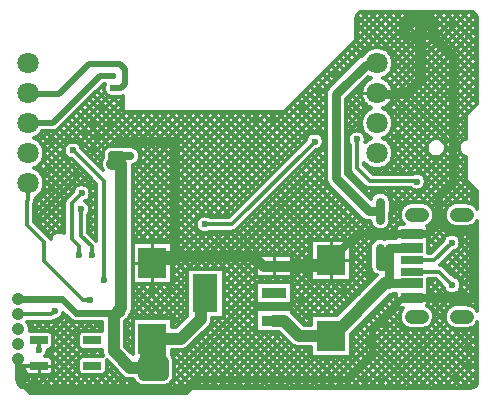
<source format=gbr>
G04 DipTrace 3.2.0.1*
G04 Bottom.gbr*
%MOMM*%
G04 #@! TF.FileFunction,Copper,L2,Bot*
G04 #@! TF.Part,Single*
%AMOUTLINE0*
4,1,4,
-0.9003,-0.3492,
-0.8997,0.3508,
0.9003,0.3492,
0.8997,-0.3508,
-0.9003,-0.3492,
0*%
%AMOUTLINE3*
4,1,4,
-0.90037,-0.3992,
-0.89963,0.4008,
0.90037,0.3992,
0.89963,-0.4008,
-0.90037,-0.3992,
0*%
%AMOUTLINE6*
4,1,16,
0.39947,-0.60037,
0.65983,-0.54117,
0.86877,-0.37487,
0.98483,-0.1344,
0.98507,0.13263,
0.86943,0.37333,
0.6608,0.54,
0.40053,0.59963,
-0.39947,0.60037,
-0.65983,0.54117,
-0.86877,0.37487,
-0.98483,0.1344,
-0.98507,-0.13263,
-0.86943,-0.37333,
-0.6608,-0.54,
-0.40053,-0.59963,
0.39947,-0.60037,
0*%
%AMOUTLINE9*
4,1,4,
0.75087,-0.34813,
-0.7491,-0.3519,
-0.75087,0.34813,
0.7491,0.3519,
0.75087,-0.34813,
0*%
G04 #@! TA.AperFunction,CopperBalancing*
%ADD10C,0.25*%
G04 #@! TA.AperFunction,Conductor*
%ADD15C,0.7*%
%ADD16C,0.9*%
G04 #@! TA.AperFunction,ViaPad*
%ADD17C,0.8*%
G04 #@! TA.AperFunction,CopperBalancing*
%ADD18C,0.3*%
G04 #@! TA.AperFunction,ViaPad*
%ADD19C,0.6*%
G04 #@! TA.AperFunction,Conductor*
%ADD20C,1.0*%
%ADD21C,0.5*%
%ADD24R,2.15X0.95*%
%ADD25R,2.15X3.25*%
%ADD27R,2.4X2.6*%
G04 #@! TA.AperFunction,ComponentPad*
%ADD33C,1.05*%
%ADD34C,1.8*%
%ADD61OUTLINE0*%
%ADD64OUTLINE3*%
G04 #@! TA.AperFunction,ComponentPad*
%ADD67OUTLINE6*%
%ADD70OUTLINE9*%
%FSLAX35Y35*%
G04*
G71*
G90*
G75*
G01*
G04 Bottom*
%LPD*%
X1391713Y-1053000D2*
D15*
X1737770D1*
X1906000D1*
Y-484000D1*
X1686000D1*
X1621500Y-419500D1*
X1527997Y-513003D1*
X1392197D1*
X222000Y-787000D2*
D16*
X654967D1*
X705000Y-736967D1*
X222000Y-787000D2*
X133000D1*
X46000Y-700000D1*
X-624000D1*
X-748000D1*
X-807983Y-759983D1*
X-620000Y271000D2*
D17*
X-624000Y-700000D1*
X1575000Y1287000D2*
D15*
Y1164000D1*
X1738000Y1001000D1*
Y840000D1*
Y682000D1*
Y-88000D1*
X1621500Y-204500D1*
Y-419500D1*
X1450000Y1290000D2*
D17*
Y1165000D1*
Y788000D1*
X1331000Y669000D1*
X1105000D1*
X1096000Y678000D1*
X1322000Y1290000D2*
Y1165000D1*
X1450000D1*
X1322000Y1290000D2*
X1389000D1*
Y1305000D1*
X1450000D1*
Y1290000D1*
X1575000D1*
Y1287000D1*
X-979000Y274000D2*
X-620000Y271000D1*
X-1064000Y272000D2*
X-981000D1*
X-979000Y274000D1*
X1391713Y-1053000D2*
D19*
X1305000D1*
X1056000Y-1302000D1*
Y-1406000D1*
Y-1515000D1*
X828000Y-1743000D1*
X-422000D1*
X-521000Y-1842000D1*
X-1845000D1*
X-1944000Y-1743000D1*
Y-1630007D1*
Y-1576000D1*
X1389000Y1350000D2*
D18*
Y1305000D1*
Y1350000D2*
X1448103D1*
Y1358000D1*
X1502000D1*
X1515000Y1345000D1*
X1575000Y1287000D2*
X1573000D1*
X1515000Y1345000D1*
X1389000Y1350000D2*
X1382000D1*
X1322000Y1290000D1*
X1450000Y1165000D2*
D15*
X1575000Y1164000D1*
X1448103Y1350000D2*
D18*
Y1291897D1*
X1450000Y1290000D1*
X-1780000Y-401000D2*
Y-359000D1*
X-1457000Y-36000D1*
Y0D1*
X-1454000Y3000D1*
X-1770000Y-1630007D2*
X-1944000D1*
X1719000Y840000D2*
D15*
X1738000D1*
X1719000Y682000D2*
X1738000D1*
X1736000Y-482000D2*
X1906000Y-484000D1*
X1742000Y-1054000D2*
X1737770Y-1053000D1*
X1043000Y-1406000D2*
D19*
X1056000D1*
X1392197Y-513003D2*
D15*
X928963D1*
X705000Y-736967D1*
X1392090Y-633000D2*
D17*
X1198000D1*
Y-704000D1*
Y-781000D1*
Y-933000D1*
X1391820D1*
X705000Y-1377000D2*
D20*
X719000D1*
X1163000Y-933000D1*
X1198000D1*
X705000Y-1377000D2*
X434000D1*
X304000Y-1247000D1*
X222000D1*
X1123000Y-704000D2*
D17*
X1198000D1*
X1122000Y-782000D2*
X1198000Y-781000D1*
X1123000Y-242000D2*
Y-321000D1*
X1122000D1*
Y-398000D1*
X1123000D1*
X1122000Y-321000D2*
X1027000D1*
X749000Y-43000D1*
Y668000D1*
X998000Y917000D1*
X1081000D1*
X1096000Y932000D1*
X1123000Y-636000D2*
Y-704000D1*
Y-782000D1*
X1122000D1*
X-807983Y-1400017D2*
D20*
X-565017D1*
X-395000Y-1230000D1*
Y-1054000D1*
X-358000Y-1017000D1*
X-884000Y-1590000D2*
D16*
Y-1648000D1*
X-883000Y-1649000D1*
Y-1710000D1*
X-799000D1*
Y-1712000D1*
X-716000D2*
X-799000D1*
X-716000D2*
Y-1650000D1*
X-801000D1*
X-802000Y-1651000D1*
Y-1592000D1*
X-804000Y-1590000D1*
X-717000D1*
X-804000D2*
X-884000D1*
X-883000Y-1649000D2*
X-804000D1*
X-802000Y-1651000D2*
Y-1709000D1*
X-717000Y-1590000D2*
Y-1650000D1*
X-716000D1*
X-884000Y-1590000D2*
X-873000D1*
Y-1465033D1*
D18*
X-807983Y-1400017D1*
X-804000Y-1590000D2*
D16*
Y-1404000D1*
D18*
X-807983Y-1400017D1*
X-717000Y-1590000D2*
D16*
X-740000D1*
Y-1468000D1*
D18*
X-807983Y-1400017D1*
X-716000Y-1712000D2*
X-799000D1*
X-883000Y-1649000D2*
D20*
X-994000D1*
X-1136000Y-1507000D1*
Y-1209000D1*
X-1071000Y-1144000D1*
Y79000D1*
X-1147000D1*
X-993000Y146000D2*
D15*
X-1077000D1*
Y152000D1*
X-1146000D1*
X-1077000Y78000D2*
Y152000D1*
D18*
D3*
X-1147000Y79000D2*
D15*
Y151000D1*
Y79000D2*
X-1078000D1*
X-1077000Y78000D1*
X-1946000Y-1068000D2*
D19*
Y-1065000D1*
X-1572000D1*
X-1458000Y-1179000D1*
X-1071000D1*
Y-1144000D1*
X-1221000Y-906000D2*
D18*
Y-66000D1*
X-1480000Y193000D1*
X-1140000Y826000D2*
D21*
X-1248000D1*
X-1649000Y425000D1*
X-1858000D1*
X-1140000Y720000D2*
X-1071000D1*
X-1037000Y754000D1*
Y884000D1*
X-1082000Y929000D1*
X-1345000D1*
X-1602000Y672000D1*
X-1852000D1*
X-1858000Y678000D1*
X-1944000Y-1195000D2*
D18*
X-1665000D1*
X-1636000Y-1166000D1*
X-363000Y-433000D2*
X-135000D1*
X567000Y269000D1*
X924000Y286000D2*
Y41000D1*
X1032000Y-67000D1*
X1429000D1*
X1432000Y-70000D1*
X-1430000Y-693000D2*
Y-619000D1*
X-1492000Y-557000D1*
Y-254000D1*
X-1407000Y-169000D1*
X-1322000Y-689000D2*
Y-619000D1*
X-1410000Y-531000D1*
Y-305000D1*
X-1769000Y-1493000D2*
Y-1416547D1*
X-1770540Y-1415007D1*
X-1858000Y-84000D2*
Y-226000D1*
X-1868000Y-236000D1*
Y-439000D1*
X-1722000Y-585000D1*
Y-746000D1*
X-1392000Y-1076000D1*
X-1335000D1*
X1392000Y-733000D2*
X1580000D1*
X1726000Y-587000D1*
X1391910Y-833000D2*
X1617000D1*
X1732000Y-948000D1*
D19*
X1389000Y1350000D3*
X1515000Y1345000D3*
X1322000Y1290000D3*
X1450000D3*
X1575000Y1287000D3*
X-1140000Y826000D3*
Y720000D3*
D17*
X-979000Y274000D3*
X-1064000Y272000D3*
D19*
X924000Y286000D3*
X-620000Y271000D3*
X567000Y269000D3*
X-1480000Y193000D3*
X-1146000Y152000D3*
X-1077000D3*
X-993000Y146000D3*
X-1147000Y79000D3*
X-1077000Y78000D3*
X-1454000Y3000D3*
X1432000Y-70000D3*
X-1407000Y-169000D3*
X-1410000Y-305000D3*
X-1780000Y-401000D3*
X-363000Y-433000D3*
X-1322000Y-689000D3*
X-1430000Y-693000D3*
X-1221000Y-906000D3*
X-1335000Y-1076000D3*
X-1636000Y-1166000D3*
X-1769000Y-1493000D3*
X-884000Y-1590000D3*
X-804000D3*
X-717000D3*
X-883000Y-1649000D3*
X-716000Y-1650000D3*
X-802000Y-1651000D3*
X-883000Y-1710000D3*
X-799000Y-1712000D3*
X-716000D3*
X1746000Y1275000D3*
X1868000Y1166000D3*
X1719000Y840000D3*
Y682000D3*
X1297000Y530000D3*
X1268000Y300000D3*
X-1223000Y546000D3*
X1257000Y-274000D3*
X1736000Y-482000D3*
X1742000Y-1054000D3*
X1859000Y-1478000D3*
X1853000Y-1621000D3*
X1752000Y-1727000D3*
X816000Y-1003000D3*
X442000Y-1078000D3*
X-650000Y-986000D3*
X-806000Y-983000D3*
X1136000Y-1759000D3*
X998000D3*
X1154000Y-1283000D3*
X1043000Y-1406000D3*
X-1684000Y263000D3*
Y44000D3*
X-1668000Y-132000D3*
X-1907000Y-1730000D3*
X-1793000Y-1778000D3*
X1902000Y-182000D3*
X1312000Y-184000D3*
X1448000Y-182000D3*
X1013000Y-851000D3*
X1280000Y44000D3*
X1123000Y-704000D3*
Y-636000D3*
X1122000Y-782000D3*
X1123000Y-398000D3*
X1122000Y-321000D3*
X1123000Y-242000D3*
X-1289000Y426000D3*
X-1370000Y350000D3*
X-1264000Y312000D3*
X-1163000Y413000D3*
X-1319000Y197000D3*
X49000Y449000D3*
X233000Y452000D3*
X474000Y558000D3*
X602000Y696000D3*
X734000Y828000D3*
X1726000Y-587000D3*
X1732000Y-948000D3*
X-1689517Y351683D2*
D18*
X-1766400Y274803D1*
X-1217827Y752663D2*
X-1735213Y235277D1*
X-1212083Y687697D2*
X-1719900Y179880D1*
X-1178287Y650780D2*
X-1791133Y37937D1*
X-1111680Y646680D2*
X-1487657Y270700D1*
X-1557693Y200663D2*
X-1752077Y6280D1*
X-1059117Y628533D2*
X-1431820Y255827D1*
X-1542833Y144813D2*
X-1726610Y-38963D1*
X-1059130Y557807D2*
X-1403827Y213110D1*
X-1500090Y116847D2*
X-1721610Y-104673D1*
X-1029313Y516913D2*
X-1371233Y174993D1*
X-1462027Y84197D2*
X-1804697Y-258470D1*
X-958520Y516997D2*
X-1335863Y139650D1*
X-1426660Y48857D2*
X-1804667Y-329153D1*
X-887683Y517120D2*
X-1176200Y228607D1*
X-1223613Y181190D2*
X-1300497Y104310D1*
X-1391290Y13517D2*
X-1804683Y-399877D1*
X-816890Y517203D2*
X-1098777Y235317D1*
X-1244470Y89627D2*
X-1265167Y68927D1*
X-1355963Y-21867D2*
X-1428533Y-94440D1*
X-1481543Y-147447D2*
X-1775153Y-441060D1*
X-746053Y517330D2*
X-1034073Y229310D1*
X-1320593Y-57210D2*
X-1365200Y-101817D1*
X-1555307Y-291923D2*
X-1739787Y-476403D1*
X-675260Y517410D2*
X-966967Y225707D1*
X-1285223Y-92550D2*
X-1333350Y-140677D1*
X-1555320Y-362647D2*
X-1704457Y-511787D1*
X-604427Y517537D2*
X-925590Y196370D1*
X-1284327Y-162363D2*
X-1363153Y-241193D1*
X-1555333Y-433370D2*
X-1618873Y-496910D1*
X-533633Y517620D2*
X-909983Y141267D1*
X-1284340Y-233087D2*
X-1334290Y-283040D1*
X-462797Y517743D2*
X-972687Y7857D1*
X-1284313Y-303770D2*
X-1346693Y-366150D1*
X-391963Y517867D2*
X-972657Y-62827D1*
X-1284327Y-374497D2*
X-1346663Y-436833D1*
X-321170Y517950D2*
X-972670Y-133553D1*
X-1284340Y-445220D2*
X-1344650Y-505530D1*
X-250333Y518073D2*
X-972687Y-204277D1*
X-1284313Y-515903D2*
X-1309320Y-540913D1*
X-179540Y518157D2*
X-972657Y-274960D1*
X-108707Y518283D2*
X-972670Y-345683D1*
X-37913Y518363D2*
X-972687Y-416410D1*
X-1814600Y-1258323D2*
X-1847440Y-1291163D1*
X32923Y518490D2*
X-972657Y-487090D1*
X-1743890Y-1258323D2*
X-1817373Y-1331807D1*
X103717Y518573D2*
X-972670Y-557817D1*
X-1673180Y-1258323D2*
X-1746497Y-1331643D1*
X1022623Y1366770D2*
X921130Y1265277D1*
X174550Y518697D2*
X-925827Y-581680D1*
X-1546577Y-1202433D2*
X-1678230Y-1334087D1*
X1093087Y1366520D2*
X921117Y1194553D1*
X245343Y518780D2*
X-855117Y-581680D1*
X-1511167Y-1237733D2*
X-1647460Y-1374027D1*
X1163547Y1366270D2*
X-784403Y-581680D1*
X-1460053Y-1257330D2*
X-1647143Y-1444420D1*
X-1889123Y-1686400D2*
X-1942887Y-1740163D1*
X1234050Y1366063D2*
X-713693Y-581680D1*
X-1389343Y-1257330D2*
X-1680303Y-1548290D1*
X-1845510Y-1713497D2*
X-1927653Y-1795640D1*
X1304513Y1365817D2*
X-642983Y-581680D1*
X-1318633Y-1257330D2*
X-1392200Y-1330897D1*
X-1438783Y-1377483D2*
X-1647253Y-1585953D1*
X-1774633Y-1713330D2*
X-1873183Y-1811880D1*
X1374977Y1365567D2*
X1078257Y1068847D1*
X660687Y651280D2*
X-346633Y-356043D1*
X-439953Y-449363D2*
X-639683Y-649090D1*
X-928893Y-938303D2*
X-972670Y-982080D1*
X-1247920Y-1257330D2*
X-1321157Y-1330563D1*
X-1438800Y-1448207D2*
X-1646607Y-1656013D1*
X-1703757Y-1713163D2*
X-1802473Y-1811880D1*
X1445480Y1365360D2*
X1142877Y1062757D1*
X660673Y580553D2*
X-289553Y-369673D1*
X-413700Y-493820D2*
X-639653Y-719773D1*
X-858183Y-938303D2*
X-972687Y-1052803D1*
X-1234303Y-1314423D2*
X-1250280Y-1330400D1*
X-1412670Y-1492787D2*
X-1731763Y-1811880D1*
X1515940Y1365110D2*
X1187610Y1036780D1*
X660660Y509830D2*
X-218843Y-369673D1*
X-360350Y-511180D2*
X-639670Y-790500D1*
X-787473Y-938303D2*
X-972657Y-1123487D1*
X-1346433Y-1497263D2*
X-1395513Y-1546343D1*
X-1437790Y-1588620D2*
X-1661050Y-1811880D1*
X1586403Y1364863D2*
X1218793Y997253D1*
X1030757Y809217D2*
X837330Y615787D1*
X660687Y439147D2*
X568850Y347307D1*
X-274767Y-496307D2*
X-639683Y-861223D1*
X-716763Y-938303D2*
X-1037680Y-1259220D1*
X-1275557Y-1497097D2*
X-1324057Y-1545597D1*
X-1438260Y-1659800D2*
X-1590340Y-1811880D1*
X1656907Y1364657D2*
X1234110Y941857D1*
X958073Y665820D2*
X837313Y545063D1*
X660673Y368423D2*
X620047Y327793D1*
X-204053Y-496307D2*
X-929430Y-1221680D1*
X-976307Y-1268557D2*
X-1037693Y-1329943D1*
X-1232977Y-1525230D2*
X-1253140Y-1545390D1*
X-1414367Y-1706620D2*
X-1519630Y-1811880D1*
X1727370Y1364407D2*
X1162917Y799953D1*
X974050Y611090D2*
X837300Y474340D1*
X660660Y297697D2*
X644600Y281640D1*
X-133220Y-496183D2*
X-443197Y-806160D1*
X-513813Y-876777D2*
X-858720Y-1221680D1*
X-976320Y-1339283D2*
X-1037663Y-1400627D1*
X-1349333Y-1712293D2*
X-1448920Y-1811880D1*
X1797830Y1364157D2*
X1201930Y768257D1*
X1005733Y572060D2*
X837330Y403657D1*
X660687Y227013D2*
X-372487Y-806160D1*
X-513827Y-947500D2*
X-788010Y-1221680D1*
X-976293Y-1409967D2*
X-1034530Y-1468203D1*
X-1174793Y-1608467D2*
X-1191680Y-1625353D1*
X-1278417Y-1712087D2*
X-1378210Y-1811880D1*
X1868333Y1363950D2*
X1227397Y723013D1*
X962630Y458247D2*
X837313Y332930D1*
X660673Y156290D2*
X-301777Y-806160D1*
X-513800Y-1018183D2*
X-717297Y-1221680D1*
X-976307Y-1480690D2*
X-999160Y-1503543D1*
X-1139467Y-1643850D2*
X-1307497Y-1811880D1*
X1925000Y1349907D2*
X1232397Y657303D1*
X962203Y387107D2*
X938437Y363343D1*
X660660Y85567D2*
X-231067Y-806160D1*
X-513813Y-1088910D2*
X-646587Y-1221680D1*
X-1104097Y-1679190D2*
X-1236787Y-1811880D1*
X1942860Y1297057D2*
X1180447Y534640D1*
X860697Y214893D2*
X837307Y191500D1*
X660663Y14860D2*
X-202183Y-847987D1*
X-513810Y-1159613D2*
X-639663Y-1285470D1*
X-1068750Y-1714557D2*
X-1166057Y-1811863D1*
X1942860Y1226347D2*
X1214087Y497573D1*
X1022450Y305933D2*
X1002287Y285773D1*
X860697Y144183D2*
X837307Y120790D1*
X661287Y-55230D2*
X-202183Y-918700D1*
X-1026033Y-1742550D2*
X-1095373Y-1811890D1*
X1942860Y1155637D2*
X1232900Y445673D1*
X860697Y73473D2*
X837307Y50080D1*
X683577Y-103650D2*
X96043Y-691180D1*
X66197Y-721030D2*
X-202183Y-989410D1*
X-966373Y-1753597D2*
X-1024650Y-1811877D1*
X1942860Y1084923D2*
X1216243Y358307D1*
X867907Y9970D2*
X845053Y-12883D1*
X718877Y-139060D2*
X166770Y-691167D1*
X66197Y-791740D2*
X-202183Y-1060120D1*
X-932273Y-1790210D2*
X-953927Y-1811863D1*
X1942860Y1014213D2*
X1195733Y267087D1*
X901427Y-27223D2*
X880393Y-48253D1*
X754260Y-174390D2*
X237453Y-691197D1*
X66197Y-862450D2*
X-202183Y-1130830D1*
X-569703Y-1498350D2*
X-628890Y-1557540D1*
X1942860Y943503D2*
X1223867Y224507D1*
X1041507Y42150D2*
X1027560Y28203D1*
X936767Y-62590D2*
X915737Y-83623D1*
X789600Y-209757D2*
X308177Y-691180D1*
X116537Y-882820D2*
X-202183Y-1201540D1*
X-228467Y-1227827D2*
X-623670Y-1623030D1*
X1942860Y872793D2*
X1234100Y164030D1*
X1101997Y31930D2*
X1066383Y-3687D1*
X972150Y-97920D2*
X951120Y-118950D1*
X824943Y-245127D2*
X377823Y-692243D1*
X187260Y-882807D2*
X148870Y-921197D1*
X66197Y-1003870D2*
X-622677Y-1692747D1*
X1942860Y802083D2*
X1137107Y-3673D1*
X1012877Y-127900D2*
X986460Y-154320D1*
X860327Y-280453D2*
X582127Y-558653D1*
X536700Y-604080D2*
X377823Y-762957D1*
X257943Y-882833D2*
X219597Y-921183D1*
X66197Y-1074583D2*
X-671110Y-1811890D1*
X1942860Y731370D2*
X1207833Y-3657D1*
X1081157Y-130333D2*
X1021803Y-189687D1*
X895667Y-315823D2*
X652850Y-558640D1*
X536700Y-674790D2*
X377823Y-833667D1*
X328670Y-882820D2*
X290320Y-921170D1*
X98680Y-1112810D2*
X-600387Y-1811877D1*
X1942860Y660660D2*
X1578650Y296447D1*
X1515033Y232833D2*
X1278517Y-3687D1*
X1151883Y-130320D2*
X1128447Y-153753D1*
X931007Y-351193D2*
X723573Y-558627D1*
X536700Y-745500D2*
X361003Y-921197D1*
X169363Y-1112837D2*
X131013Y-1151187D1*
X66197Y-1216003D2*
X-529663Y-1811863D1*
X1942860Y589950D2*
X1640050Y287140D1*
X1524357Y171443D2*
X1349240Y-3673D1*
X1222607Y-130303D2*
X1179740Y-173170D1*
X966433Y-386480D2*
X794257Y-558653D1*
X536700Y-816213D2*
X377823Y-975087D1*
X240087Y-1112823D2*
X201737Y-1151173D1*
X66197Y-1286713D2*
X-458980Y-1811890D1*
X1842887Y419263D2*
X1672907Y249283D1*
X1562227Y138603D2*
X1431897Y8273D1*
X1293290Y-130333D2*
X1207873Y-215750D1*
X1014867Y-408757D2*
X864983Y-558640D1*
X536700Y-886923D2*
X377823Y-1045797D1*
X310813Y-1112810D2*
X274947Y-1148673D1*
X80780Y-1342840D2*
X-388253Y-1811877D1*
X1842887Y348553D2*
X1662590Y168257D1*
X1643223Y148893D2*
X1484017Y-10313D1*
X1364013Y-130320D2*
X1211313Y-283020D1*
X1047473Y-446860D2*
X873310Y-621023D1*
X579043Y-915290D2*
X343147Y-1151187D1*
X151507Y-1342827D2*
X-317530Y-1811863D1*
X1782810Y217767D2*
X1509333Y-55710D1*
X1417710Y-147333D2*
X1210317Y-354727D1*
X1085757Y-479287D2*
X873310Y-691733D1*
X649767Y-915277D2*
X381180Y-1183863D1*
X219703Y-1345340D2*
X-246847Y-1811890D1*
X1799547Y163793D2*
X1393033Y-242720D1*
X1285543Y-350213D2*
X1203067Y-432687D1*
X1157683Y-478070D2*
X873310Y-762443D1*
X720450Y-915303D2*
X416520Y-1219233D1*
X276217Y-1359537D2*
X-176123Y-1811877D1*
X1841727Y135260D2*
X1463717Y-242750D1*
X1299793Y-406670D2*
X1153847Y-552620D1*
X1034670Y-671793D2*
X873310Y-833157D1*
X791173Y-915290D2*
X451863Y-1254603D1*
X311600Y-1394867D2*
X-105397Y-1811863D1*
X1842887Y65710D2*
X1522757Y-254420D1*
X1253887Y-523287D2*
X1232483Y-544690D1*
X1034670Y-742503D2*
X578480Y-1198697D1*
X536700Y-1240477D2*
X498517Y-1278660D1*
X346940Y-1430233D2*
X-34713Y-1811890D1*
X1842887Y-5000D2*
X1560667Y-287220D1*
X1037697Y-810190D2*
X649203Y-1198683D1*
X384850Y-1463037D2*
X36010Y-1811877D1*
X1852580Y-66017D2*
X1579147Y-339450D1*
X1066657Y-851940D2*
X719930Y-1198670D1*
X443270Y-1475327D2*
X106733Y-1811863D1*
X1887923Y-101387D2*
X1739530Y-249777D1*
X1670860Y-318447D2*
X1529263Y-460047D1*
X513993Y-1475313D2*
X177417Y-1811890D1*
X1923263Y-136753D2*
X1816967Y-243053D1*
X1671110Y-388910D2*
X1530503Y-529513D1*
X536700Y-1523320D2*
X248143Y-1811877D1*
X1942860Y-187867D2*
X1882430Y-248300D1*
X1699657Y-431073D2*
X1530423Y-600307D1*
X575397Y-1555333D2*
X318867Y-1811863D1*
X1942860Y-258577D2*
X1927690Y-273747D1*
X1746100Y-455340D2*
X1531747Y-669693D1*
X646120Y-1555317D2*
X389550Y-1811890D1*
X1812433Y-459717D2*
X1757553Y-514597D1*
X1250823Y-1021327D2*
X873310Y-1398840D1*
X716847Y-1555303D2*
X460273Y-1811877D1*
X1891733Y-451127D2*
X1794840Y-548020D1*
X1253350Y-1089510D2*
X873310Y-1469550D1*
X787530Y-1555333D2*
X530997Y-1811863D1*
X1942860Y-470710D2*
X1797740Y-615830D1*
X1754800Y-658770D2*
X1640177Y-773397D1*
X1277793Y-1135777D2*
X873310Y-1540263D1*
X858240Y-1555330D2*
X601680Y-1811890D1*
X1942860Y-541420D2*
X1679537Y-804747D1*
X1587953Y-896327D2*
X1530133Y-954150D1*
X1284963Y-1199320D2*
X672407Y-1811877D1*
X1942860Y-612130D2*
X1714877Y-840117D1*
X1624083Y-930910D2*
X1530050Y-1024943D1*
X1294243Y-1260750D2*
X743130Y-1811863D1*
X1942860Y-682843D2*
X1753533Y-872170D1*
X1656193Y-969510D2*
X1529717Y-1095987D1*
X1325607Y-1300097D2*
X813813Y-1811890D1*
X1942860Y-753553D2*
X1795587Y-900827D1*
X1684823Y-1011593D2*
X1553417Y-1142997D1*
X1375160Y-1321253D2*
X884537Y-1811877D1*
X1942860Y-824263D2*
X1809383Y-957740D1*
X1741750Y-1025373D2*
X1577323Y-1189803D1*
X1443770Y-1323353D2*
X955263Y-1811863D1*
X1942860Y-894973D2*
X1698883Y-1138950D1*
X1685817Y-1152020D2*
X1025947Y-1811890D1*
X1942860Y-965687D2*
X1801513Y-1107033D1*
X1666220Y-1242327D2*
X1096670Y-1811877D1*
X1942860Y-1036397D2*
X1869710Y-1109547D1*
X1690830Y-1288427D2*
X1167393Y-1811863D1*
X1942860Y-1107107D2*
X1918723Y-1131243D1*
X1733380Y-1316587D2*
X1238077Y-1811890D1*
X1796980Y-1323700D2*
X1308803Y-1811877D1*
X1871517Y-1319873D2*
X1379527Y-1811863D1*
X1942860Y-1319240D2*
X1450210Y-1811890D1*
X1942860Y-1389950D2*
X1520933Y-1811877D1*
X1942860Y-1460660D2*
X1591660Y-1811863D1*
X1942860Y-1531370D2*
X1662340Y-1811890D1*
X1942860Y-1602080D2*
X1733067Y-1811877D1*
X1942860Y-1672793D2*
X1803790Y-1811863D1*
X1942860Y-1743503D2*
X1874473Y-1811890D1*
X1879377Y1363910D2*
X1942877Y1300410D1*
X1808417Y1364157D2*
X1942890Y1229687D1*
X1737457Y1364407D2*
X1942860Y1159003D1*
X1666540Y1364613D2*
X1942877Y1088280D1*
X1595580Y1364863D2*
X1942890Y1017553D1*
X1524620Y1365110D2*
X1942860Y946870D1*
X1453703Y1365317D2*
X1942877Y876147D1*
X1382743Y1365567D2*
X1942890Y805423D1*
X1311787Y1365817D2*
X1942860Y734740D1*
X1240867Y1366023D2*
X1942877Y664013D1*
X1169907Y1366270D2*
X1942890Y593290D1*
X1098950Y1366520D2*
X1910007Y555463D1*
X1027990Y1366770D2*
X1874637Y520120D1*
X960800Y1363247D2*
X1842873Y481177D1*
X924850Y1328487D2*
X1842887Y410450D1*
X921137Y1261490D2*
X1113780Y1068847D1*
X1232870Y949753D2*
X1842857Y339767D1*
X921110Y1190807D2*
X1049160Y1062757D1*
X1226753Y885163D2*
X1823730Y288183D1*
X915240Y1125967D2*
X1004383Y1036820D1*
X1200790Y840417D2*
X1789977Y251227D1*
X880037Y1090457D2*
X969347Y1001147D1*
X1161277Y809217D2*
X1793680Y176817D1*
X1827337Y143157D2*
X1842857Y127637D1*
X844790Y1054993D2*
X927307Y972477D1*
X1233963Y665820D2*
X1601283Y298500D1*
X1678983Y220800D2*
X1842873Y56910D1*
X809587Y1019487D2*
X891980Y937093D1*
X1018113Y810957D2*
X1029103Y799970D1*
X1217940Y611130D2*
X1545943Y283130D1*
X1663667Y165407D2*
X1842887Y-13813D1*
X774343Y984020D2*
X856610Y901753D1*
X1186300Y572060D2*
X1516417Y241947D1*
X1622457Y135907D2*
X1942877Y-184513D1*
X739140Y948513D2*
X821240Y866410D1*
X947417Y740233D2*
X964597Y723057D1*
X1229363Y458287D2*
X1942890Y-255237D1*
X703893Y913047D2*
X785913Y831027D1*
X912050Y704890D2*
X959597Y657343D1*
X1229833Y387107D2*
X1861363Y-244423D1*
X668690Y877540D2*
X750543Y795687D1*
X876680Y669550D2*
X1011567Y534663D1*
X1206643Y339587D2*
X1789247Y-243017D1*
X633447Y842073D2*
X715173Y760343D1*
X841353Y634167D2*
X977937Y497583D1*
X1169577Y305943D2*
X1727567Y-252047D1*
X1914813Y-439297D2*
X1942890Y-467370D1*
X598243Y806567D2*
X680137Y724670D1*
X837307Y567503D2*
X959100Y445710D1*
X1234307Y170500D2*
X1401843Y2967D1*
X1504983Y-100173D2*
X1687473Y-282667D1*
X1863620Y-458810D2*
X1942860Y-538053D1*
X562997Y771100D2*
X660720Y673380D1*
X837320Y496780D2*
X975727Y358370D1*
X1222263Y111833D2*
X1337760Y-3663D1*
X1472223Y-138127D2*
X1665737Y-331640D1*
X1793777Y-459680D2*
X1942877Y-608777D1*
X527793Y735593D2*
X660690Y602697D1*
X837333Y426053D2*
X901783Y361603D1*
X1193110Y70277D2*
X1267050Y-3663D1*
X1406527Y-143140D2*
X1517010Y-253623D1*
X1566620Y-303233D2*
X1942890Y-679503D1*
X492550Y700127D2*
X660663Y532013D1*
X837307Y355370D2*
X860033Y332640D1*
X1150530Y42143D2*
X1196340Y-3663D1*
X1323013Y-130337D2*
X1435403Y-242727D1*
X1575997Y-383320D2*
X1704007Y-511330D1*
X1801677Y-609000D2*
X1942860Y-750183D1*
X457347Y664620D2*
X660677Y461287D1*
X1090053Y31910D2*
X1125627Y-3663D1*
X1252303Y-130337D2*
X1368420Y-246453D1*
X1549370Y-427403D2*
X1662173Y-540207D1*
X1772813Y-650847D2*
X1942877Y-820910D1*
X422227Y629030D2*
X660690Y390563D1*
X837333Y213923D2*
X860683Y190570D1*
X1181593Y-130337D2*
X1321243Y-269987D1*
X1530533Y-479277D2*
X1636747Y-585493D1*
X1727543Y-676287D2*
X1942890Y-891633D1*
X387063Y593480D2*
X660663Y319880D1*
X837307Y143240D2*
X860697Y119847D1*
X1110880Y-130337D2*
X1135477Y-154930D1*
X1210070Y-229527D2*
X1292007Y-311460D1*
X1530503Y-549960D2*
X1601380Y-620833D1*
X1692173Y-711627D2*
X1942860Y-962317D1*
X351943Y557890D2*
X562567Y347267D1*
X645283Y264553D2*
X660677Y249157D1*
X837320Y72513D2*
X860670Y49163D1*
X1040170Y-130337D2*
X1076077Y-166243D1*
X1211327Y-301493D2*
X1288580Y-378747D1*
X1530437Y-620603D2*
X1566010Y-656177D1*
X1656803Y-746970D2*
X1942877Y-1033040D1*
X316780Y522343D2*
X512573Y326550D1*
X624537Y214583D2*
X660690Y178430D1*
X837333Y1790D2*
X1042697Y-203573D1*
X1210303Y-371180D2*
X1272727Y-433603D1*
X1807960Y-968840D2*
X1942890Y-1103767D1*
X249633Y518780D2*
X487810Y280603D1*
X578603Y189810D2*
X660663Y107747D1*
X1203773Y-435360D2*
X1253887Y-485477D1*
X1779637Y-1011223D2*
X1881667Y-1113253D1*
X179007Y518697D2*
X452440Y245260D1*
X543233Y154467D2*
X660677Y37023D1*
X1170890Y-473187D2*
X1242383Y-544683D1*
X1723260Y-1025560D2*
X1804740Y-1107040D1*
X108420Y518573D2*
X417113Y209877D1*
X507907Y119083D2*
X660690Y-33700D1*
X1112523Y-485533D2*
X1174407Y-547417D1*
X1530160Y-903170D2*
X1739623Y-1112633D1*
X1923100Y-1296110D2*
X1942890Y-1315897D1*
X37790Y518490D2*
X381743Y174537D1*
X472537Y83743D2*
X1105353Y-549073D1*
X1530090Y-973810D2*
X1694973Y-1138693D1*
X1876090Y-1319810D2*
X1942860Y-1386580D1*
X-32797Y518363D2*
X346373Y139197D1*
X437170Y48400D2*
X1059213Y-573643D1*
X1530063Y-1044493D2*
X1668097Y-1182527D1*
X1809273Y-1323703D2*
X1942877Y-1457307D1*
X-103423Y518283D2*
X311047Y103813D1*
X401840Y13017D2*
X1035693Y-620833D1*
X1526843Y-1111987D2*
X1676607Y-1261747D1*
X1728370Y-1313510D2*
X1942890Y-1528030D1*
X-174010Y518157D2*
X275677Y68470D1*
X366473Y-22323D2*
X1034670Y-690523D1*
X1578233Y-1234087D2*
X1942860Y-1598713D1*
X-244637Y518073D2*
X240310Y33130D1*
X331103Y-57667D2*
X832083Y-558643D1*
X873323Y-599887D2*
X1034683Y-761247D1*
X1556787Y-1283350D2*
X1942877Y-1669437D1*
X-315223Y517950D2*
X204980Y-2253D1*
X295773Y-93047D2*
X761370Y-558643D1*
X873337Y-670610D2*
X1079237Y-876510D1*
X1229447Y-1026720D2*
X1253377Y-1050650D1*
X1516860Y-1314133D2*
X1942890Y-1740163D1*
X-385850Y517867D2*
X169610Y-37597D1*
X260407Y-128390D2*
X690660Y-558643D1*
X873310Y-741293D2*
X1043870Y-911853D1*
X1184133Y-1052117D2*
X1296520Y-1164507D1*
X1455390Y-1323373D2*
X1927657Y-1795640D1*
X-456437Y517743D2*
X134243Y-72937D1*
X225037Y-163730D2*
X619950Y-558643D1*
X873323Y-812017D2*
X1008500Y-947193D1*
X1148807Y-1087500D2*
X1284727Y-1223423D1*
X1383517Y-1322213D2*
X1873187Y-1811880D1*
X-527067Y517660D2*
X98913Y-108320D1*
X189710Y-199113D2*
X549240Y-558643D1*
X873337Y-882743D2*
X973173Y-982577D1*
X1113437Y-1122840D2*
X1802477Y-1811880D1*
X-597653Y517537D2*
X63547Y-143660D1*
X154340Y-234457D2*
X536700Y-616817D1*
X835193Y-915307D2*
X937803Y-1017920D1*
X1078067Y-1158183D2*
X1731767Y-1811880D1*
X-668237Y517410D2*
X28177Y-179003D1*
X118970Y-269797D2*
X536673Y-687497D1*
X764480Y-915307D2*
X902433Y-1053260D1*
X1042740Y-1193567D2*
X1661053Y-1811880D1*
X-738867Y517330D2*
X-7150Y-214387D1*
X83643Y-305180D2*
X536687Y-758223D1*
X693770Y-915307D2*
X867107Y-1088643D1*
X1007370Y-1228907D2*
X1590343Y-1811880D1*
X-809453Y517203D2*
X-42520Y-249727D1*
X48273Y-340520D2*
X536700Y-828947D1*
X623060Y-915307D2*
X831737Y-1123983D1*
X972000Y-1264250D2*
X1519633Y-1811880D1*
X-880080Y517120D2*
X-77890Y-285070D1*
X12903Y-375863D2*
X328227Y-691187D1*
X377837Y-740797D2*
X536673Y-899630D1*
X552363Y-915320D2*
X796367Y-1159327D1*
X936673Y-1299633D2*
X1448923Y-1811880D1*
X-1080350Y646680D2*
X-1059110Y625440D1*
X-950667Y516997D2*
X-113217Y-320453D1*
X-22423Y-411247D2*
X257517Y-691187D1*
X377810Y-811480D2*
X761040Y-1194710D1*
X901303Y-1334973D2*
X1378213Y-1811880D1*
X-1236740Y732360D2*
X-1217823Y713443D1*
X-1146543Y642163D2*
X-1059140Y554760D1*
X-1021293Y516913D2*
X-148587Y-355793D1*
X-57793Y-446587D2*
X186807Y-691187D1*
X377823Y-882203D2*
X694307Y-1198687D1*
X873310Y-1377690D2*
X1307500Y-1811880D1*
X-1272070Y696977D2*
X-205417Y-369673D1*
X-93287Y-481803D2*
X116097Y-691187D1*
X307733Y-882827D2*
X346083Y-921173D1*
X377837Y-952930D2*
X623597Y-1198687D1*
X873323Y-1448413D2*
X1236790Y-1811880D1*
X-1307413Y661613D2*
X-276107Y-369697D1*
X-149473Y-496330D2*
X66163Y-711967D1*
X237007Y-882807D2*
X275397Y-921197D1*
X377833Y-1023633D2*
X552867Y-1198670D1*
X873320Y-1519120D2*
X1166060Y-1811863D1*
X-1342797Y626287D2*
X-361747Y-354767D1*
X-220197Y-496317D2*
X66163Y-782677D1*
X166323Y-882833D2*
X204673Y-921183D1*
X377833Y-1094347D2*
X536667Y-1253180D1*
X838807Y-1555317D2*
X1095377Y-1811890D1*
X-1378140Y590917D2*
X-1016537Y229313D1*
X-911947Y124723D2*
X-414447Y-372777D1*
X-290920Y-496300D2*
X66163Y-853387D1*
X95597Y-882820D2*
X133947Y-921170D1*
X325587Y-1112810D2*
X363937Y-1151160D1*
X377827Y-1165050D2*
X491463Y-1278687D1*
X768083Y-1555303D2*
X1024653Y-1811877D1*
X-1413480Y555547D2*
X-1093270Y235337D1*
X-939207Y81273D2*
X-440177Y-417757D1*
X-347767Y-510167D2*
X66163Y-924097D1*
X254903Y-1112837D2*
X290727Y-1148660D1*
X697400Y-1555333D2*
X953930Y-1811863D1*
X-1448863Y520220D2*
X-1162667Y234023D1*
X-972687Y44040D2*
X66163Y-994810D1*
X184180Y-1112823D2*
X220043Y-1148687D1*
X626673Y-1555317D2*
X883247Y-1811890D1*
X-1484207Y484850D2*
X-1208200Y208847D1*
X-972687Y-26670D2*
X66163Y-1065520D1*
X113457Y-1112810D2*
X151807Y-1151160D1*
X475987Y-1475340D2*
X536667Y-1536023D1*
X556003Y-1555360D2*
X812523Y-1811877D1*
X-1519547Y449480D2*
X-1230037Y159970D1*
X-972687Y-97380D2*
X-263883Y-806183D1*
X-202173Y-867890D2*
X81123Y-1151187D1*
X396893Y-1466957D2*
X741797Y-1811863D1*
X-1554930Y414153D2*
X-1242963Y102187D1*
X-972687Y-168090D2*
X-334607Y-806170D1*
X-202173Y-938603D2*
X66163Y-1206940D1*
X202037Y-1342813D2*
X671113Y-1811890D1*
X-1590270Y378783D2*
X-1482813Y271327D1*
X-972687Y-238800D2*
X-405290Y-806197D1*
X-202173Y-1009313D2*
X66163Y-1277653D1*
X131353Y-1342840D2*
X600390Y-1811877D1*
X-1634893Y352697D2*
X-1533567Y251370D1*
X-972687Y-309513D2*
X-700533Y-581663D1*
X-639653Y-642543D2*
X-476013Y-806183D1*
X-202173Y-1080023D2*
X529667Y-1811863D1*
X-1704583Y351673D2*
X-1557723Y204813D1*
X-972687Y-380223D2*
X-771260Y-581650D1*
X-639653Y-713253D2*
X-513800Y-839107D1*
X-202173Y-1150733D2*
X458983Y-1811890D1*
X-1755007Y331387D2*
X-1284313Y-139307D1*
X-972687Y-450933D2*
X-841943Y-581677D1*
X-639653Y-783963D2*
X-513800Y-909817D1*
X-202173Y-1221447D2*
X388257Y-1811877D1*
X-1795237Y300907D2*
X-1403430Y-90900D1*
X-1328877Y-165453D2*
X-1284313Y-210017D1*
X-972687Y-521643D2*
X-912667Y-581663D1*
X-639653Y-854673D2*
X-513800Y-980530D1*
X-266517Y-1227813D2*
X317533Y-1811863D1*
X-1720287Y155243D2*
X-1457250Y-107790D1*
X-1345780Y-219260D2*
X-1284313Y-280727D1*
X-639653Y-925387D2*
X-513800Y-1051240D1*
X-301817Y-1263223D2*
X246850Y-1811890D1*
X-1737067Y101313D2*
X-1483850Y-151903D1*
X-1331737Y-304017D2*
X-1284313Y-351440D1*
X-697453Y-938300D2*
X-513800Y-1121950D1*
X-330240Y-1305510D2*
X176127Y-1811877D1*
X-1769257Y62797D2*
X-1517617Y-188847D1*
X-1346693Y-359770D2*
X-1284313Y-422150D1*
X-768177Y-938283D2*
X-513800Y-1192660D1*
X-365583Y-1340880D2*
X105400Y-1811863D1*
X-1723640Y-53530D2*
X-1550100Y-227073D1*
X-1346693Y-430480D2*
X-1284313Y-492860D1*
X-838860Y-938313D2*
X-541230Y-1235943D1*
X-400923Y-1376250D2*
X34717Y-1811890D1*
X-1724800Y-123083D2*
X-1555320Y-292563D1*
X-1346693Y-501190D2*
X-1284313Y-563570D1*
X-909583Y-938300D2*
X-576570Y-1271313D1*
X-436307Y-1411577D2*
X-36007Y-1811877D1*
X-1748583Y-170010D2*
X-1555320Y-363273D1*
X-972687Y-945907D2*
X-696890Y-1221703D1*
X-639653Y-1278940D2*
X-616883Y-1301710D1*
X-471647Y-1446947D2*
X-106730Y-1811863D1*
X-1786163Y-203143D2*
X-1555320Y-433983D1*
X-972687Y-1016620D2*
X-767613Y-1221690D1*
X-508107Y-1481197D2*
X-177413Y-1811890D1*
X-1802320Y-257693D2*
X-1563067Y-496947D1*
X-972687Y-1087330D2*
X-838337Y-1221677D1*
X-561680Y-1498337D2*
X-248140Y-1811877D1*
X-1804683Y-326043D2*
X-1630437Y-500290D1*
X-973347Y-1157377D2*
X-909020Y-1221703D1*
X-632403Y-1498320D2*
X-318863Y-1811863D1*
X-1804683Y-396753D2*
X-1665610Y-535823D1*
X-994397Y-1207040D2*
X-976307Y-1225130D1*
X-625030Y-1576407D2*
X-389547Y-1811890D1*
X-1027210Y-1244937D2*
X-976307Y-1295840D1*
X-622710Y-1649437D2*
X-460270Y-1811877D1*
X-1037693Y-1305167D2*
X-976307Y-1366550D1*
X-622873Y-1719983D2*
X-530993Y-1811863D1*
X-1037693Y-1375877D2*
X-976307Y-1437263D1*
X-642597Y-1770973D2*
X-601677Y-1811890D1*
X-1037693Y-1446587D2*
X-976307Y-1507973D1*
X-683987Y-1800293D2*
X-672403Y-1811877D1*
X-1297677Y-1257310D2*
X-1234303Y-1320687D1*
X-1368360Y-1257340D2*
X-1295210Y-1330490D1*
X-1439087Y-1257327D2*
X-1365727Y-1330683D1*
X-1565453Y-1201667D2*
X-1424103Y-1343017D1*
X-1270043Y-1497080D2*
X-1228047Y-1539073D1*
X-1026090Y-1741030D2*
X-955260Y-1811863D1*
X-1600960Y-1236870D2*
X-1438897Y-1398937D1*
X-1340560Y-1497273D2*
X-1292350Y-1545483D1*
X-1191653Y-1646180D2*
X-1025943Y-1811890D1*
X-1651343Y-1257200D2*
X-1362867Y-1545677D1*
X-1207687Y-1700857D2*
X-1096667Y-1811877D1*
X-1720947Y-1258307D2*
X-1422323Y-1556930D1*
X-1267183Y-1712070D2*
X-1167390Y-1811863D1*
X-1791630Y-1258333D2*
X-1718437Y-1331527D1*
X-1647240Y-1402723D2*
X-1438357Y-1611607D1*
X-1337700Y-1712263D2*
X-1238073Y-1811890D1*
X-1862357Y-1258320D2*
X-1788953Y-1331720D1*
X-1650763Y-1469913D2*
X-1308800Y-1811877D1*
X-1690867Y-1500517D2*
X-1379523Y-1811863D1*
X-1646703Y-1615393D2*
X-1450207Y-1811890D1*
X-1649560Y-1683247D2*
X-1520930Y-1811877D1*
X-1690453Y-1713063D2*
X-1591657Y-1811863D1*
X-1760930Y-1713300D2*
X-1662337Y-1811890D1*
X-1831447Y-1713493D2*
X-1733063Y-1811877D1*
X-1938880Y-1676770D2*
X-1803787Y-1811863D1*
X-1942857Y-1743503D2*
X-1874470Y-1811890D1*
X71300Y-693300D2*
X375700D1*
Y-880700D1*
X68300D1*
Y-693300D1*
X71300D1*
X83300Y-923300D2*
X375700D1*
Y-1110700D1*
X68300D1*
Y-923300D1*
X83300D1*
Y-1153300D2*
X200193D1*
X214453Y-1151097D1*
X252000Y-1150800D1*
X311547Y-1151097D1*
X338300Y-1153300D1*
X375700D1*
Y-1182657D1*
X473823Y-1280773D1*
X538823Y-1280800D1*
X538800Y-1200800D1*
X759170D1*
X1094997Y-864957D1*
X1095363Y-863980D1*
X1082867Y-858807D1*
X1071333Y-851737D1*
X1061047Y-842953D1*
X1052263Y-832667D1*
X1045193Y-821133D1*
X1040020Y-808637D1*
X1036860Y-795483D1*
X1035800Y-782000D1*
X1036800Y-767000D1*
X1037067Y-629237D1*
X1039180Y-615877D1*
X1043360Y-603013D1*
X1049503Y-590960D1*
X1057453Y-580017D1*
X1067017Y-570453D1*
X1077960Y-562503D1*
X1090013Y-556360D1*
X1102877Y-552180D1*
X1116237Y-550067D1*
X1129763D1*
X1143123Y-552180D1*
X1155987Y-556360D1*
X1157357Y-556993D1*
X1165013Y-553360D1*
X1177877Y-549180D1*
X1191237Y-547067D1*
X1243000Y-546800D1*
X1255950D1*
X1256357Y-467467D1*
X1258280Y-458690D1*
X1261867Y-450450D1*
X1266980Y-443060D1*
X1273430Y-436803D1*
X1280967Y-431910D1*
X1289307Y-428567D1*
X1298137Y-426907D1*
X1319397Y-426740D1*
X1311270Y-419510D1*
X1306817Y-413790D1*
X1299127Y-398747D1*
X1290747Y-380977D1*
X1288670Y-374030D1*
X1287703Y-366833D1*
X1287803Y-333930D1*
X1288943Y-326773D1*
X1291193Y-319867D1*
X1305560Y-290263D1*
X1309693Y-284310D1*
X1314720Y-279063D1*
X1340510Y-258627D1*
X1346820Y-255053D1*
X1353623Y-252510D1*
X1385717Y-245283D1*
X1407437Y-244813D1*
X1476060Y-245020D1*
X1487917Y-247233D1*
X1512240Y-252953D1*
X1518967Y-255657D1*
X1525197Y-259390D1*
X1550863Y-279980D1*
X1555750Y-285337D1*
X1559743Y-291403D1*
X1573933Y-321097D1*
X1576010Y-328043D1*
X1576977Y-335240D1*
X1576950Y-367107D1*
X1575970Y-374290D1*
X1573877Y-381233D1*
X1559120Y-411810D1*
X1554987Y-417763D1*
X1549960Y-423010D1*
X1524170Y-443447D1*
X1521073Y-445363D1*
X1520147Y-446683D1*
X1524540Y-454523D1*
X1527333Y-463063D1*
X1528420Y-471983D1*
X1528037Y-558540D1*
X1526113Y-567317D1*
X1523893Y-572900D1*
X1527060Y-582333D1*
X1528187Y-589497D1*
X1528253Y-671813D1*
X1554597Y-671800D1*
X1650623Y-575830D1*
X1653530Y-563453D1*
X1658107Y-552407D1*
X1664353Y-542210D1*
X1672120Y-533120D1*
X1681210Y-525353D1*
X1691407Y-519107D1*
X1702453Y-514530D1*
X1714080Y-511737D1*
X1726000Y-510800D1*
X1737920Y-511737D1*
X1749547Y-514530D1*
X1760593Y-519107D1*
X1770790Y-525353D1*
X1779880Y-533120D1*
X1787647Y-542210D1*
X1793893Y-552407D1*
X1798470Y-563453D1*
X1801263Y-575080D1*
X1802200Y-587000D1*
X1801263Y-598920D1*
X1798470Y-610547D1*
X1793893Y-621593D1*
X1787647Y-631790D1*
X1779880Y-640880D1*
X1770790Y-648647D1*
X1760593Y-654893D1*
X1749547Y-659470D1*
X1737200Y-662347D1*
X1626920Y-772630D1*
X1635913Y-774797D1*
X1644783Y-778470D1*
X1652973Y-783487D1*
X1660273Y-789727D1*
X1743180Y-872630D1*
X1755547Y-875530D1*
X1766593Y-880107D1*
X1776790Y-886353D1*
X1785880Y-894120D1*
X1793647Y-903210D1*
X1799893Y-913407D1*
X1804470Y-924453D1*
X1807263Y-936080D1*
X1808200Y-948000D1*
X1807263Y-959920D1*
X1804470Y-971547D1*
X1799893Y-982593D1*
X1793647Y-992790D1*
X1785880Y-1001880D1*
X1776790Y-1009647D1*
X1766593Y-1015893D1*
X1755547Y-1020470D1*
X1743920Y-1023263D1*
X1732000Y-1024200D1*
X1720080Y-1023263D1*
X1708453Y-1020470D1*
X1697407Y-1015893D1*
X1687210Y-1009647D1*
X1678120Y-1001880D1*
X1670353Y-992790D1*
X1664107Y-982593D1*
X1659530Y-971547D1*
X1656653Y-959200D1*
X1591650Y-894200D1*
X1528113D1*
X1527837Y-976747D1*
X1526697Y-983907D1*
X1524447Y-990810D1*
X1524057Y-994520D1*
X1526850Y-1003060D1*
X1527937Y-1011980D1*
X1527553Y-1098537D1*
X1525630Y-1107313D1*
X1522043Y-1115553D1*
X1520493Y-1118133D1*
X1521380Y-1121397D1*
X1534830Y-1131607D1*
X1550093Y-1143980D1*
X1554980Y-1149337D1*
X1558973Y-1155403D1*
X1572777Y-1184130D1*
X1575010Y-1191027D1*
X1576137Y-1198190D1*
X1576107Y-1232143D1*
X1574967Y-1239300D1*
X1572717Y-1246207D1*
X1558350Y-1275810D1*
X1554217Y-1281763D1*
X1549190Y-1287010D1*
X1523400Y-1307447D1*
X1517090Y-1311020D1*
X1510287Y-1313563D1*
X1478193Y-1320790D1*
X1456473Y-1321260D1*
X1387893Y-1321057D1*
X1375993Y-1318840D1*
X1351670Y-1313120D1*
X1344943Y-1310417D1*
X1338713Y-1306683D1*
X1313047Y-1286093D1*
X1308160Y-1280737D1*
X1304167Y-1274670D1*
X1289977Y-1244977D1*
X1287900Y-1238030D1*
X1286933Y-1230833D1*
X1287033Y-1197930D1*
X1288173Y-1190773D1*
X1290423Y-1183867D1*
X1304790Y-1154263D1*
X1308923Y-1148310D1*
X1313950Y-1143063D1*
X1313637Y-1139130D1*
X1295653Y-1138727D1*
X1286900Y-1136693D1*
X1278707Y-1133007D1*
X1271380Y-1127800D1*
X1265203Y-1121277D1*
X1260403Y-1113680D1*
X1257167Y-1105297D1*
X1255610Y-1096447D1*
X1255537Y-1026877D1*
X1255543Y-1019203D1*
X1240707Y-1019200D1*
X1227727Y-1024493D1*
X1213050Y-1028017D1*
X1203043Y-1029003D1*
X871187Y-1360860D1*
X871200Y-1553200D1*
X538800D1*
Y-1473220D1*
X426453Y-1472903D1*
X411543Y-1470543D1*
X397187Y-1465877D1*
X383737Y-1459023D1*
X371523Y-1450150D1*
X344763Y-1423810D1*
X264177Y-1343227D1*
X214453Y-1342903D1*
X200323Y-1340697D1*
X68300Y-1340700D1*
Y-1153300D1*
X83300D1*
X541800Y-560767D2*
X871200D1*
Y-913167D1*
X538800D1*
Y-560767D1*
X541800D1*
X-971183Y-583783D2*
X-641783D1*
Y-936183D1*
X-974183D1*
Y-583783D1*
X-971183D1*
X999967Y280020D2*
X998093Y268210D1*
X996680Y263197D1*
X1007547Y273567D1*
X1015943Y280187D1*
X1024837Y286130D1*
X1034167Y291357D1*
X1046897Y296947D1*
X1034167Y302643D1*
X1024837Y307870D1*
X1015943Y313813D1*
X1007547Y320433D1*
X999693Y327693D1*
X992433Y335547D1*
X985813Y343943D1*
X979870Y352837D1*
X974643Y362167D1*
X970167Y371880D1*
X966467Y381913D1*
X963563Y392203D1*
X961477Y402693D1*
X960220Y413313D1*
X959800Y424000D1*
X960220Y434687D1*
X961477Y445307D1*
X963563Y455797D1*
X966467Y466087D1*
X970167Y476120D1*
X974643Y485833D1*
X979870Y495163D1*
X985813Y504057D1*
X992433Y512453D1*
X999693Y520307D1*
X1007547Y527567D1*
X1015943Y534187D1*
X1024837Y540130D1*
X1034167Y545357D1*
X1046897Y550947D1*
X1033387Y557043D1*
X1020473Y564660D1*
X1008473Y573647D1*
X997533Y583900D1*
X987790Y595290D1*
X979353Y607687D1*
X972333Y620933D1*
X966810Y634870D1*
X962850Y649330D1*
X960507Y664140D1*
X959803Y679117D1*
X960753Y694077D1*
X963340Y708847D1*
X967533Y723240D1*
X973283Y737083D1*
X980520Y750213D1*
X989157Y762470D1*
X999090Y773700D1*
X1010193Y783773D1*
X1022340Y792563D1*
X1035377Y799963D1*
X1046793Y804997D1*
X1034167Y810643D1*
X1021190Y818307D1*
X835180Y632273D1*
X835200Y-7293D1*
X1041600Y-213693D1*
X1046197Y-202867D1*
X1053263Y-191333D1*
X1062047Y-181047D1*
X1072333Y-172263D1*
X1083867Y-165197D1*
X1096363Y-160020D1*
X1109517Y-156860D1*
X1123000Y-155800D1*
X1136483Y-156860D1*
X1149637Y-160020D1*
X1162133Y-165197D1*
X1173667Y-172263D1*
X1183953Y-181047D1*
X1192737Y-191333D1*
X1199803Y-202867D1*
X1204980Y-215363D1*
X1208140Y-228517D1*
X1209200Y-242000D1*
X1208930Y-327790D1*
X1208200Y-336000D1*
Y-384927D1*
X1209200Y-398000D1*
X1208140Y-411483D1*
X1204980Y-424637D1*
X1199803Y-437133D1*
X1192737Y-448667D1*
X1183953Y-458953D1*
X1173667Y-467737D1*
X1162133Y-474803D1*
X1149637Y-479980D1*
X1136483Y-483140D1*
X1122000Y-484200D1*
X1108517Y-483140D1*
X1095363Y-479980D1*
X1082867Y-474803D1*
X1071333Y-467737D1*
X1061047Y-458953D1*
X1052263Y-448667D1*
X1045197Y-437133D1*
X1040020Y-424637D1*
X1036857Y-411460D1*
X1032000Y-407200D1*
X1020237Y-406933D1*
X1006877Y-404820D1*
X994013Y-400640D1*
X981960Y-394497D1*
X971017Y-386547D1*
X934227Y-350133D1*
X683453Y-98983D1*
X675503Y-88040D1*
X669360Y-75987D1*
X665180Y-63123D1*
X663067Y-49763D1*
X662800Y2000D1*
X663067Y674763D1*
X665180Y688123D1*
X669360Y700987D1*
X675503Y713040D1*
X683453Y723983D1*
X719867Y760773D1*
X942017Y982547D1*
X952960Y990497D1*
X965013Y996640D1*
X977903Y1000823D1*
X985813Y1012057D1*
X992433Y1020453D1*
X999693Y1028307D1*
X1007547Y1035567D1*
X1015943Y1042187D1*
X1024837Y1048130D1*
X1034167Y1053357D1*
X1043880Y1057833D1*
X1053913Y1061533D1*
X1064203Y1064437D1*
X1074693Y1066523D1*
X1085313Y1067780D1*
X1096000Y1068200D1*
X1106687Y1067780D1*
X1117307Y1066523D1*
X1127797Y1064437D1*
X1138087Y1061533D1*
X1148120Y1057833D1*
X1157833Y1053357D1*
X1167163Y1048130D1*
X1176057Y1042187D1*
X1184453Y1035567D1*
X1192307Y1028307D1*
X1199567Y1020453D1*
X1206187Y1012057D1*
X1212130Y1003163D1*
X1217357Y993833D1*
X1221833Y984120D1*
X1225533Y974087D1*
X1228437Y963797D1*
X1230523Y953307D1*
X1231780Y942687D1*
X1232200Y932000D1*
X1231780Y921313D1*
X1230523Y910693D1*
X1228437Y900203D1*
X1225533Y889913D1*
X1221833Y879880D1*
X1217357Y870167D1*
X1212130Y860837D1*
X1206187Y851943D1*
X1199567Y843547D1*
X1192307Y835693D1*
X1184453Y828433D1*
X1176057Y821813D1*
X1167163Y815870D1*
X1157833Y810643D1*
X1145103Y805053D1*
X1159600Y798440D1*
X1172453Y790720D1*
X1184377Y781633D1*
X1195233Y771293D1*
X1204883Y759820D1*
X1213217Y747357D1*
X1220130Y734053D1*
X1225540Y720070D1*
X1229380Y705577D1*
X1231603Y690750D1*
X1232167Y675000D1*
X1231013Y660053D1*
X1228223Y645323D1*
X1223830Y630987D1*
X1217887Y617223D1*
X1210470Y604193D1*
X1201663Y592060D1*
X1191577Y580967D1*
X1180333Y571050D1*
X1168067Y562430D1*
X1154930Y555210D1*
X1145197Y551003D1*
X1157833Y545357D1*
X1167163Y540130D1*
X1176057Y534187D1*
X1184453Y527567D1*
X1192307Y520307D1*
X1199567Y512453D1*
X1206187Y504057D1*
X1212130Y495163D1*
X1217357Y485833D1*
X1221833Y476120D1*
X1225533Y466087D1*
X1228437Y455797D1*
X1230523Y445307D1*
X1231780Y434687D1*
X1232200Y424000D1*
X1231780Y413313D1*
X1230523Y402693D1*
X1228437Y392203D1*
X1225533Y381913D1*
X1221833Y371880D1*
X1217357Y362167D1*
X1212130Y352837D1*
X1206187Y343943D1*
X1199567Y335547D1*
X1192307Y327693D1*
X1184453Y320433D1*
X1176057Y313813D1*
X1167163Y307870D1*
X1157833Y302643D1*
X1145103Y297053D1*
X1157833Y291357D1*
X1167163Y286130D1*
X1176057Y280187D1*
X1184453Y273567D1*
X1192307Y266307D1*
X1199567Y258453D1*
X1206187Y250057D1*
X1212130Y241163D1*
X1217357Y231833D1*
X1221833Y222120D1*
X1225533Y212087D1*
X1228437Y201797D1*
X1230523Y191307D1*
X1231780Y180687D1*
X1232200Y170000D1*
X1231780Y159313D1*
X1230523Y148693D1*
X1228437Y138203D1*
X1225533Y127913D1*
X1221833Y117880D1*
X1217357Y108167D1*
X1212130Y98837D1*
X1206187Y89943D1*
X1199567Y81547D1*
X1192307Y73693D1*
X1184453Y66433D1*
X1176057Y59813D1*
X1167163Y53870D1*
X1157833Y48643D1*
X1148120Y44167D1*
X1138087Y40467D1*
X1127797Y37563D1*
X1117307Y35477D1*
X1106687Y34220D1*
X1096000Y33800D1*
X1085313Y34220D1*
X1074693Y35477D1*
X1064203Y37563D1*
X1053913Y40467D1*
X1043880Y44167D1*
X1034167Y48643D1*
X1024837Y53870D1*
X1015943Y59813D1*
X1007547Y66433D1*
X999693Y73693D1*
X992433Y81547D1*
X985187Y90880D1*
X985200Y66333D1*
X1057390Y-5840D1*
X1391003Y-5800D1*
X1397407Y-2107D1*
X1408453Y2470D1*
X1420080Y5263D1*
X1432000Y6200D1*
X1443920Y5263D1*
X1455547Y2470D1*
X1466593Y-2107D1*
X1476790Y-8353D1*
X1485880Y-16120D1*
X1493647Y-25210D1*
X1499893Y-35407D1*
X1504470Y-46453D1*
X1507263Y-58080D1*
X1508200Y-70000D1*
X1507263Y-81920D1*
X1504470Y-93547D1*
X1499893Y-104593D1*
X1493647Y-114790D1*
X1485880Y-123880D1*
X1476790Y-131647D1*
X1466593Y-137893D1*
X1455547Y-142470D1*
X1443920Y-145263D1*
X1432000Y-146200D1*
X1420080Y-145263D1*
X1408453Y-142470D1*
X1397407Y-137893D1*
X1387210Y-131647D1*
X1382823Y-128190D1*
X1027197Y-128010D1*
X1017713Y-126510D1*
X1008580Y-123540D1*
X1000023Y-119180D1*
X992253Y-113537D1*
X935693Y-57243D1*
X877463Y1253D1*
X871820Y9023D1*
X867460Y17580D1*
X864490Y26713D1*
X862990Y36197D1*
X862800Y116000D1*
Y240630D1*
X856107Y251407D1*
X851530Y262453D1*
X848737Y274080D1*
X847800Y286000D1*
X848737Y297920D1*
X851530Y309547D1*
X856107Y320593D1*
X862353Y330790D1*
X870120Y339880D1*
X879210Y347647D1*
X889407Y353893D1*
X900453Y358470D1*
X912080Y361263D1*
X924000Y362200D1*
X935920Y361263D1*
X947547Y358470D1*
X958593Y353893D1*
X968790Y347647D1*
X977880Y339880D1*
X985647Y330790D1*
X991893Y320593D1*
X996470Y309547D1*
X999263Y297920D1*
X1000200Y286000D1*
X999967Y280020D1*
X642967Y263020D2*
X641093Y251210D1*
X637400Y239840D1*
X631970Y229187D1*
X624943Y219513D1*
X616487Y211057D1*
X606813Y204030D1*
X596160Y198600D1*
X584790Y194907D1*
X578200Y193653D1*
X-95253Y-479537D1*
X-103023Y-485180D1*
X-111580Y-489540D1*
X-120713Y-492510D1*
X-130197Y-494010D1*
X-210000Y-494200D1*
X-317637D1*
X-328407Y-500893D1*
X-339453Y-505470D1*
X-351080Y-508263D1*
X-363000Y-509200D1*
X-374920Y-508263D1*
X-386547Y-505470D1*
X-397593Y-500893D1*
X-407790Y-494647D1*
X-416880Y-486880D1*
X-424647Y-477790D1*
X-430893Y-467593D1*
X-435470Y-456547D1*
X-438263Y-444920D1*
X-439200Y-433000D1*
X-438263Y-421080D1*
X-435470Y-409453D1*
X-430893Y-398407D1*
X-424647Y-388210D1*
X-416880Y-379120D1*
X-407790Y-371353D1*
X-397593Y-365107D1*
X-386547Y-360530D1*
X-374920Y-357737D1*
X-363000Y-356800D1*
X-351080Y-357737D1*
X-339453Y-360530D1*
X-328407Y-365107D1*
X-317643Y-371800D1*
X-160323D1*
X491640Y280190D1*
X494530Y292547D1*
X499107Y303593D1*
X505353Y313790D1*
X513120Y322880D1*
X522210Y330647D1*
X532407Y336893D1*
X543453Y341470D1*
X555080Y344263D1*
X567000Y345200D1*
X578920Y344263D1*
X590547Y341470D1*
X601593Y336893D1*
X611790Y330647D1*
X620880Y322880D1*
X628647Y313790D1*
X634893Y303593D1*
X639470Y292547D1*
X642263Y280920D1*
X643200Y269000D1*
X642967Y263020D1*
X-1692917Y-1495967D2*
X-1693737Y-1504920D1*
X-1696530Y-1516547D1*
X-1701107Y-1527593D1*
X-1707353Y-1537790D1*
X-1715120Y-1546880D1*
X-1717057Y-1548673D1*
X-1689790Y-1548920D1*
X-1681007Y-1550817D1*
X-1672753Y-1554373D1*
X-1665350Y-1559463D1*
X-1659067Y-1565890D1*
X-1654150Y-1573410D1*
X-1650780Y-1581740D1*
X-1649087Y-1590563D1*
X-1648823Y-1621700D1*
X-1649087Y-1670687D1*
X-1651090Y-1679447D1*
X-1654750Y-1687653D1*
X-1659930Y-1694997D1*
X-1666433Y-1701197D1*
X-1674013Y-1706023D1*
X-1682383Y-1709290D1*
X-1691230Y-1710873D1*
X-1754797Y-1711170D1*
X-1850210Y-1711093D1*
X-1858993Y-1709197D1*
X-1867247Y-1705640D1*
X-1874653Y-1700550D1*
X-1880933Y-1694123D1*
X-1885850Y-1686603D1*
X-1889220Y-1678273D1*
X-1890913Y-1669450D1*
X-1891133Y-1659343D1*
X-1901410Y-1665037D1*
X-1912523Y-1669547D1*
X-1924100Y-1672673D1*
X-1935970Y-1674373D1*
X-1944997Y-1674693D1*
X-1945000Y-1754320D1*
X-1942733Y-1774720D1*
X-1936723Y-1788647D1*
X-1928133Y-1799267D1*
X-1917023Y-1807210D1*
X-1905713Y-1811733D1*
X-1885287Y-1814003D1*
X1885307Y-1814000D1*
X1905720Y-1811733D1*
X1919647Y-1805723D1*
X1930267Y-1797133D1*
X1938210Y-1786027D1*
X1942733Y-1774717D1*
X1945003Y-1754290D1*
X1944697Y-1263327D1*
X1938350Y-1276150D1*
X1934217Y-1282103D1*
X1929190Y-1287350D1*
X1903400Y-1307787D1*
X1897090Y-1311360D1*
X1890287Y-1313903D1*
X1858193Y-1321130D1*
X1836473Y-1321600D1*
X1767893Y-1321397D1*
X1755993Y-1319180D1*
X1731670Y-1313460D1*
X1724943Y-1310757D1*
X1718713Y-1307023D1*
X1693047Y-1286433D1*
X1688160Y-1281077D1*
X1684167Y-1275010D1*
X1669977Y-1245317D1*
X1667900Y-1238370D1*
X1666933Y-1231173D1*
X1667033Y-1198270D1*
X1668173Y-1191113D1*
X1670423Y-1184207D1*
X1684790Y-1154603D1*
X1688923Y-1148650D1*
X1693950Y-1143403D1*
X1719740Y-1122967D1*
X1726050Y-1119393D1*
X1732853Y-1116850D1*
X1764947Y-1109623D1*
X1786667Y-1109153D1*
X1855290Y-1109360D1*
X1867147Y-1111573D1*
X1893920Y-1118137D1*
X1900483Y-1121213D1*
X1906487Y-1125280D1*
X1930093Y-1144320D1*
X1934980Y-1149677D1*
X1938973Y-1155743D1*
X1945010Y-1168137D1*
X1945000Y-400263D1*
X1939120Y-412150D1*
X1934987Y-418103D1*
X1929960Y-423350D1*
X1904170Y-443787D1*
X1897860Y-447360D1*
X1891057Y-449903D1*
X1858963Y-457130D1*
X1837243Y-457600D1*
X1768663Y-457397D1*
X1756763Y-455180D1*
X1732440Y-449460D1*
X1725713Y-446757D1*
X1719483Y-443023D1*
X1693817Y-422433D1*
X1688930Y-417077D1*
X1684937Y-411010D1*
X1670747Y-381317D1*
X1668670Y-374370D1*
X1667703Y-367173D1*
X1667803Y-334270D1*
X1668943Y-327113D1*
X1671193Y-320207D1*
X1685560Y-290603D1*
X1689693Y-284650D1*
X1694720Y-279403D1*
X1720510Y-258967D1*
X1726820Y-255393D1*
X1733623Y-252850D1*
X1765717Y-245623D1*
X1787437Y-245153D1*
X1856060Y-245360D1*
X1867917Y-247573D1*
X1892240Y-253293D1*
X1898967Y-255997D1*
X1905197Y-259730D1*
X1930100Y-279623D1*
X1935107Y-284870D1*
X1939230Y-290830D1*
X1945003Y-302517D1*
X1945000Y-154170D1*
X1847863Y-56810D1*
X1845733Y-52630D1*
X1845000Y-47993D1*
X1845007Y137117D1*
X1834927Y140480D1*
X1823573Y146267D1*
X1813263Y153757D1*
X1804257Y162763D1*
X1796767Y173073D1*
X1790980Y184427D1*
X1787043Y196543D1*
X1785050Y209130D1*
Y221870D1*
X1787043Y234457D1*
X1790980Y246573D1*
X1796767Y257927D1*
X1804257Y268237D1*
X1813263Y277243D1*
X1823573Y284733D1*
X1834927Y290520D1*
X1845007Y293883D1*
X1845183Y482340D1*
X1846633Y486803D1*
X1849393Y490600D1*
X1945013Y586220D1*
X1945000Y1306320D1*
X1942733Y1326720D1*
X1936723Y1340647D1*
X1928137Y1351260D1*
X1917030Y1359203D1*
X1905720Y1363727D1*
X1885143Y1366013D1*
X984490Y1368723D1*
X965613Y1367657D1*
X951457Y1362963D1*
X938997Y1354730D1*
X929107Y1343537D1*
X922480Y1330157D1*
X919003Y1312650D1*
X918823Y1137863D1*
X917390Y1133397D1*
X914647Y1129590D1*
X341310Y551410D1*
X313833Y523877D1*
X309657Y521740D1*
X305023Y521000D1*
X-1044347Y519183D1*
X-1048810Y520633D1*
X-1052607Y523393D1*
X-1055367Y527190D1*
X-1056817Y531653D1*
X-1057000Y579000D1*
Y650190D1*
X-1065413Y649020D1*
X-1113010Y648800D1*
X-1122210Y645907D1*
X-1134020Y644033D1*
X-1145980D1*
X-1157790Y645907D1*
X-1169160Y649600D1*
X-1179813Y655030D1*
X-1189487Y662057D1*
X-1197943Y670513D1*
X-1204970Y680187D1*
X-1210400Y690840D1*
X-1214093Y702210D1*
X-1215967Y714020D1*
Y725980D1*
X-1214093Y737790D1*
X-1210400Y749160D1*
X-1207770Y754820D1*
X-1218867Y754440D1*
X-1602760Y370860D1*
X-1611797Y364293D1*
X-1621753Y359220D1*
X-1632380Y355767D1*
X-1643413Y354020D1*
X-1709000Y353800D1*
X-1741870D1*
X-1747813Y344943D1*
X-1754433Y336547D1*
X-1761693Y328693D1*
X-1769547Y321433D1*
X-1777943Y314813D1*
X-1786837Y308870D1*
X-1796167Y303643D1*
X-1810230Y297563D1*
X-1796167Y291357D1*
X-1786837Y286130D1*
X-1777943Y280187D1*
X-1769547Y273567D1*
X-1761693Y266307D1*
X-1754433Y258453D1*
X-1747813Y250057D1*
X-1741870Y241163D1*
X-1736643Y231833D1*
X-1732167Y222120D1*
X-1728467Y212087D1*
X-1725563Y201797D1*
X-1723477Y191307D1*
X-1722220Y180687D1*
X-1721800Y170000D1*
X-1722220Y159313D1*
X-1723477Y148693D1*
X-1725563Y138203D1*
X-1728467Y127913D1*
X-1732167Y117880D1*
X-1736643Y108167D1*
X-1741870Y98837D1*
X-1747813Y89943D1*
X-1754433Y81547D1*
X-1761693Y73693D1*
X-1769547Y66433D1*
X-1777943Y59813D1*
X-1786837Y53870D1*
X-1796167Y48643D1*
X-1808897Y43053D1*
X-1796167Y37357D1*
X-1786837Y32130D1*
X-1777943Y26187D1*
X-1769547Y19567D1*
X-1761693Y12307D1*
X-1754433Y4453D1*
X-1747813Y-3943D1*
X-1741870Y-12837D1*
X-1736643Y-22167D1*
X-1732167Y-31880D1*
X-1728467Y-41913D1*
X-1725563Y-52203D1*
X-1723477Y-62693D1*
X-1722220Y-73313D1*
X-1721800Y-84000D1*
X-1722220Y-94687D1*
X-1723477Y-105307D1*
X-1725563Y-115797D1*
X-1728467Y-126087D1*
X-1732167Y-136120D1*
X-1736643Y-145833D1*
X-1741870Y-155163D1*
X-1747813Y-164057D1*
X-1754433Y-172453D1*
X-1761693Y-180307D1*
X-1769547Y-187567D1*
X-1777943Y-194187D1*
X-1786837Y-200130D1*
X-1796810Y-205653D1*
X-1796990Y-230803D1*
X-1798490Y-240287D1*
X-1801457Y-249420D1*
X-1805830Y-257993D1*
X-1806800Y-266000D1*
Y-413597D1*
X-1675463Y-545253D1*
X-1669810Y-553040D1*
X-1663350Y-537637D1*
X-1656693Y-526773D1*
X-1648417Y-517083D1*
X-1638727Y-508807D1*
X-1627863Y-502150D1*
X-1616093Y-497273D1*
X-1603703Y-494300D1*
X-1591000Y-493300D1*
X-1578297Y-494300D1*
X-1565907Y-497273D1*
X-1553200Y-502673D1*
X-1553010Y-249197D1*
X-1551510Y-239713D1*
X-1548540Y-230580D1*
X-1544183Y-222023D1*
X-1538537Y-214253D1*
X-1482367Y-157817D1*
X-1479470Y-145453D1*
X-1474893Y-134407D1*
X-1468647Y-124210D1*
X-1460880Y-115120D1*
X-1451790Y-107353D1*
X-1441593Y-101107D1*
X-1430547Y-96530D1*
X-1418920Y-93737D1*
X-1407000Y-92800D1*
X-1395080Y-93737D1*
X-1383453Y-96530D1*
X-1372407Y-101107D1*
X-1362210Y-107353D1*
X-1353120Y-115120D1*
X-1345353Y-124210D1*
X-1339107Y-134407D1*
X-1334530Y-145453D1*
X-1331737Y-157080D1*
X-1330800Y-169000D1*
X-1331737Y-180920D1*
X-1334530Y-192547D1*
X-1339107Y-203593D1*
X-1345353Y-213790D1*
X-1353120Y-222880D1*
X-1362210Y-230647D1*
X-1372407Y-236893D1*
X-1374210Y-237727D1*
X-1365210Y-243353D1*
X-1356120Y-251120D1*
X-1348353Y-260210D1*
X-1342107Y-270407D1*
X-1337530Y-281453D1*
X-1334737Y-293080D1*
X-1333800Y-305000D1*
X-1334737Y-316920D1*
X-1337530Y-328547D1*
X-1342107Y-339593D1*
X-1348800Y-350357D1*
Y-505683D1*
X-1282163Y-572287D1*
X-1282200Y-91370D1*
X-1491197Y117647D1*
X-1503547Y120530D1*
X-1514593Y125107D1*
X-1524790Y131353D1*
X-1533880Y139120D1*
X-1541647Y148210D1*
X-1547893Y158407D1*
X-1552470Y169453D1*
X-1555263Y181080D1*
X-1556200Y193000D1*
X-1555263Y204920D1*
X-1552470Y216547D1*
X-1547893Y227593D1*
X-1541647Y237790D1*
X-1533880Y246880D1*
X-1524790Y254647D1*
X-1514593Y260893D1*
X-1503547Y265470D1*
X-1491920Y268263D1*
X-1480000Y269200D1*
X-1468080Y268263D1*
X-1456453Y265470D1*
X-1445407Y260893D1*
X-1435210Y254647D1*
X-1426120Y246880D1*
X-1418353Y237790D1*
X-1412107Y227593D1*
X-1407530Y216547D1*
X-1404653Y204200D1*
X-1229023Y28737D1*
X-1235877Y42187D1*
X-1240543Y56543D1*
X-1242903Y71453D1*
Y86547D1*
X-1240543Y101457D1*
X-1235877Y115813D1*
X-1229023Y129263D1*
X-1228187Y130517D1*
X-1227950Y157370D1*
X-1225957Y169957D1*
X-1222020Y182073D1*
X-1216233Y193427D1*
X-1208747Y203737D1*
X-1198737Y213747D1*
X-1188427Y221233D1*
X-1177073Y227020D1*
X-1164957Y230957D1*
X-1152370Y232950D1*
X-1101000Y233200D1*
X-1070630Y232950D1*
X-1058043Y230957D1*
X-1051883Y229217D1*
X-1032000Y227200D1*
X-986630Y226950D1*
X-974043Y224957D1*
X-961927Y221020D1*
X-950573Y215233D1*
X-940263Y207747D1*
X-931253Y198737D1*
X-923767Y188427D1*
X-917980Y177073D1*
X-914043Y164957D1*
X-912050Y152370D1*
Y139630D1*
X-914043Y127043D1*
X-917980Y114927D1*
X-923767Y103573D1*
X-931253Y93263D1*
X-940263Y84253D1*
X-950573Y76767D1*
X-961927Y70980D1*
X-974800Y66893D1*
X-975097Y-1151547D1*
X-977457Y-1166457D1*
X-982123Y-1180813D1*
X-988977Y-1194263D1*
X-1003107Y-1213593D1*
X-1009353Y-1223790D1*
X-1017120Y-1232880D1*
X-1026210Y-1240647D1*
X-1036427Y-1246903D1*
X-1039800Y-1254000D1*
Y-1467107D1*
X-974183Y-1532800D1*
Y-1223817D1*
X-641783D1*
Y-1303797D1*
X-604840Y-1303817D1*
X-511700Y-1210640D1*
Y-808300D1*
X-204300D1*
Y-1225700D1*
X-298810D1*
X-299097Y-1237547D1*
X-301457Y-1252457D1*
X-306123Y-1266813D1*
X-312977Y-1280263D1*
X-321850Y-1292477D1*
X-348190Y-1319237D1*
X-502540Y-1473167D1*
X-514753Y-1482040D1*
X-528203Y-1488893D1*
X-542560Y-1493560D1*
X-557470Y-1495920D1*
X-595017Y-1496217D1*
X-641833D1*
X-641783Y-1538407D1*
X-635740Y-1548597D1*
X-630263Y-1561817D1*
X-626923Y-1575733D1*
X-625800Y-1590000D1*
Y-1636583D1*
X-624800Y-1650027D1*
X-625080Y-1719157D1*
X-627320Y-1733290D1*
X-631743Y-1746900D1*
X-638240Y-1759653D1*
X-646650Y-1771230D1*
X-656770Y-1781350D1*
X-668347Y-1789760D1*
X-681100Y-1796257D1*
X-694710Y-1800680D1*
X-708843Y-1802920D1*
X-746000Y-1803200D1*
X-806157Y-1802920D1*
X-829000Y-1801200D1*
X-890157Y-1800920D1*
X-904290Y-1798680D1*
X-917900Y-1794257D1*
X-930653Y-1787760D1*
X-942230Y-1779350D1*
X-952350Y-1769230D1*
X-960760Y-1757653D1*
X-964270Y-1751380D1*
X-973000Y-1745200D1*
X-1001547Y-1744903D1*
X-1016457Y-1742543D1*
X-1030813Y-1737877D1*
X-1044263Y-1731023D1*
X-1056477Y-1722150D1*
X-1083237Y-1695810D1*
X-1194897Y-1584150D1*
X-1193890Y-1593567D1*
X-1193847Y-1667197D1*
X-1194963Y-1674360D1*
X-1197187Y-1681260D1*
X-1200460Y-1687727D1*
X-1204707Y-1693603D1*
X-1209820Y-1698743D1*
X-1215673Y-1703017D1*
X-1222127Y-1706327D1*
X-1229017Y-1708583D1*
X-1236173Y-1709737D1*
X-1389793Y-1710263D1*
X-1397023Y-1709713D1*
X-1404077Y-1708040D1*
X-1410780Y-1705280D1*
X-1416970Y-1701510D1*
X-1422497Y-1696813D1*
X-1427217Y-1691313D1*
X-1431023Y-1685143D1*
X-1433813Y-1678450D1*
X-1435523Y-1671407D1*
X-1436110Y-1664180D1*
X-1436153Y-1590550D1*
X-1435037Y-1583387D1*
X-1432813Y-1576487D1*
X-1429540Y-1570020D1*
X-1425293Y-1564143D1*
X-1420180Y-1559003D1*
X-1414327Y-1554730D1*
X-1407873Y-1551420D1*
X-1400987Y-1549163D1*
X-1393827Y-1548010D1*
X-1240207Y-1547483D1*
X-1232977Y-1548033D1*
X-1225923Y-1549710D1*
X-1222503Y-1550960D1*
X-1221717Y-1550673D1*
X-1227493Y-1536727D1*
X-1231017Y-1522050D1*
X-1232200Y-1507000D1*
Y-1494167D1*
X-1240350Y-1494887D1*
X-1393960Y-1495130D1*
X-1401123Y-1494013D1*
X-1408023Y-1491790D1*
X-1414490Y-1488517D1*
X-1420367Y-1484270D1*
X-1425507Y-1479157D1*
X-1429780Y-1473303D1*
X-1433090Y-1466850D1*
X-1435347Y-1459963D1*
X-1436500Y-1452803D1*
X-1436827Y-1379177D1*
X-1436277Y-1371947D1*
X-1434600Y-1364893D1*
X-1431843Y-1358190D1*
X-1428070Y-1351997D1*
X-1423377Y-1346473D1*
X-1417877Y-1341750D1*
X-1411703Y-1337947D1*
X-1405013Y-1335157D1*
X-1397970Y-1333447D1*
X-1390743Y-1332860D1*
X-1237120Y-1332617D1*
X-1233503Y-1333037D1*
X-1232200Y-1327000D1*
Y-1255223D1*
X-1463980Y-1254967D1*
X-1475790Y-1253093D1*
X-1487160Y-1249400D1*
X-1497813Y-1243970D1*
X-1507487Y-1236943D1*
X-1543700Y-1201063D1*
X-1561723Y-1183040D1*
X-1565600Y-1195160D1*
X-1571030Y-1205813D1*
X-1578057Y-1215487D1*
X-1586513Y-1223943D1*
X-1596187Y-1230970D1*
X-1606840Y-1236400D1*
X-1618210Y-1240093D1*
X-1625253Y-1241537D1*
X-1633023Y-1247183D1*
X-1641580Y-1251543D1*
X-1650713Y-1254510D1*
X-1660197Y-1256013D1*
X-1740000Y-1256200D1*
X-1866620D1*
X-1864150Y-1263987D1*
X-1856057Y-1277190D1*
X-1850130Y-1291500D1*
X-1846517Y-1306560D1*
X-1845300Y-1322000D1*
X-1846107Y-1333983D1*
X-1692120Y-1333750D1*
X-1684957Y-1334867D1*
X-1678057Y-1337090D1*
X-1671590Y-1340363D1*
X-1665713Y-1344610D1*
X-1660573Y-1349723D1*
X-1656300Y-1355577D1*
X-1652990Y-1362030D1*
X-1650733Y-1368917D1*
X-1649580Y-1376077D1*
X-1649253Y-1449703D1*
X-1649803Y-1456933D1*
X-1651480Y-1463987D1*
X-1654237Y-1470690D1*
X-1658007Y-1476880D1*
X-1662703Y-1482407D1*
X-1668203Y-1487127D1*
X-1674377Y-1490930D1*
X-1681067Y-1493723D1*
X-1688110Y-1495433D1*
X-1691727Y-1495870D1*
X1676950Y209130D2*
X1674957Y196543D1*
X1671020Y184427D1*
X1665233Y173073D1*
X1657743Y162763D1*
X1648737Y153757D1*
X1638427Y146267D1*
X1627073Y140480D1*
X1614957Y136543D1*
X1602370Y134550D1*
X1589630D1*
X1577043Y136543D1*
X1564927Y140480D1*
X1553573Y146267D1*
X1543263Y153757D1*
X1534257Y162763D1*
X1526767Y173073D1*
X1520980Y184427D1*
X1517043Y196543D1*
X1515050Y209130D1*
Y221870D1*
X1517043Y234457D1*
X1520980Y246573D1*
X1526767Y257927D1*
X1534257Y268237D1*
X1543263Y277243D1*
X1553573Y284733D1*
X1564927Y290520D1*
X1577043Y294457D1*
X1589630Y296450D1*
X1602370D1*
X1614957Y294457D1*
X1627073Y290520D1*
X1638427Y284733D1*
X1648737Y277243D1*
X1657743Y268237D1*
X1665233Y257927D1*
X1671020Y246573D1*
X1674957Y234457D1*
X1676950Y221870D1*
Y209130D1*
X222000Y-693360D2*
D10*
Y-880640D1*
X68360Y-787000D2*
X375640D1*
X705000Y-560827D2*
Y-913107D1*
X538860Y-736967D2*
X871140D1*
X-807983Y-583843D2*
Y-936127D1*
X-974123Y-759983D2*
X-641840D1*
X-1944000Y-1576000D2*
Y-1674640D1*
X959860Y678000D2*
X1232140D1*
X1255990Y-513003D2*
X1528403D1*
X1255507Y-1053000D2*
X1527920D1*
X-1770000Y-1630007D2*
Y-1711250D1*
Y-1630007D2*
X-1648743D1*
D24*
X222000Y-787000D3*
Y-1017000D3*
Y-1247000D3*
D25*
X-358000Y-1017000D3*
D27*
X705000Y-1377000D3*
Y-736967D3*
X-807983Y-1400017D3*
Y-759983D3*
D33*
X-1946000Y-1195000D3*
Y-1322000D3*
Y-1068000D3*
Y-1449000D3*
X-1944000Y-1322000D3*
Y-1449000D3*
Y-1195000D3*
Y-1576000D3*
D34*
X-1858000Y932000D3*
X1096000D3*
X-1858000Y678000D3*
Y425000D3*
Y170000D3*
Y-84000D3*
X1096000Y678000D3*
Y424000D3*
Y170000D3*
D61*
X1392000Y-733000D3*
X1391910Y-833000D3*
D64*
X1392090Y-633000D3*
X1391820Y-933000D3*
X1392197Y-513003D3*
X1391713Y-1053000D3*
D67*
X1432340Y-351037D3*
X1431570Y-1215037D3*
X1812340Y-351377D3*
X1811570Y-1215377D3*
D70*
X-1315540Y-1413873D3*
X-1315000Y-1628873D3*
X-1770540Y-1415007D3*
X-1770000Y-1630007D3*
M02*

</source>
